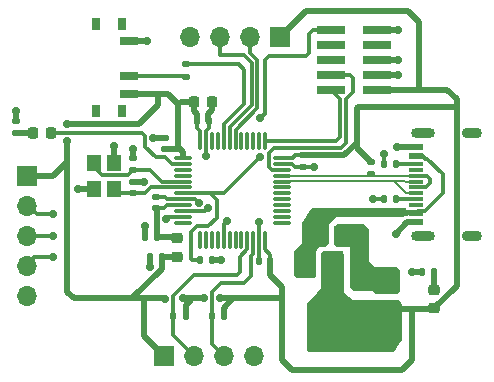
<source format=gbr>
%TF.GenerationSoftware,KiCad,Pcbnew,(6.0.5)*%
%TF.CreationDate,2022-05-28T10:37:04-07:00*%
%TF.ProjectId,stm32,73746d33-322e-46b6-9963-61645f706362,rev?*%
%TF.SameCoordinates,Original*%
%TF.FileFunction,Copper,L1,Top*%
%TF.FilePolarity,Positive*%
%FSLAX46Y46*%
G04 Gerber Fmt 4.6, Leading zero omitted, Abs format (unit mm)*
G04 Created by KiCad (PCBNEW (6.0.5)) date 2022-05-28 10:37:04*
%MOMM*%
%LPD*%
G01*
G04 APERTURE LIST*
G04 Aperture macros list*
%AMRoundRect*
0 Rectangle with rounded corners*
0 $1 Rounding radius*
0 $2 $3 $4 $5 $6 $7 $8 $9 X,Y pos of 4 corners*
0 Add a 4 corners polygon primitive as box body*
4,1,4,$2,$3,$4,$5,$6,$7,$8,$9,$2,$3,0*
0 Add four circle primitives for the rounded corners*
1,1,$1+$1,$2,$3*
1,1,$1+$1,$4,$5*
1,1,$1+$1,$6,$7*
1,1,$1+$1,$8,$9*
0 Add four rect primitives between the rounded corners*
20,1,$1+$1,$2,$3,$4,$5,0*
20,1,$1+$1,$4,$5,$6,$7,0*
20,1,$1+$1,$6,$7,$8,$9,0*
20,1,$1+$1,$8,$9,$2,$3,0*%
G04 Aperture macros list end*
%TA.AperFunction,SMDPad,CuDef*%
%ADD10RoundRect,0.218750X-0.218750X-0.256250X0.218750X-0.256250X0.218750X0.256250X-0.218750X0.256250X0*%
%TD*%
%TA.AperFunction,ComponentPad*%
%ADD11R,1.700000X1.700000*%
%TD*%
%TA.AperFunction,ComponentPad*%
%ADD12O,1.700000X1.700000*%
%TD*%
%TA.AperFunction,SMDPad,CuDef*%
%ADD13RoundRect,0.140000X0.140000X0.170000X-0.140000X0.170000X-0.140000X-0.170000X0.140000X-0.170000X0*%
%TD*%
%TA.AperFunction,SMDPad,CuDef*%
%ADD14RoundRect,0.140000X0.170000X-0.140000X0.170000X0.140000X-0.170000X0.140000X-0.170000X-0.140000X0*%
%TD*%
%TA.AperFunction,SMDPad,CuDef*%
%ADD15RoundRect,0.135000X0.185000X-0.135000X0.185000X0.135000X-0.185000X0.135000X-0.185000X-0.135000X0*%
%TD*%
%TA.AperFunction,SMDPad,CuDef*%
%ADD16RoundRect,0.250000X0.475000X-0.250000X0.475000X0.250000X-0.475000X0.250000X-0.475000X-0.250000X0*%
%TD*%
%TA.AperFunction,SMDPad,CuDef*%
%ADD17R,2.400000X0.740000*%
%TD*%
%TA.AperFunction,SMDPad,CuDef*%
%ADD18RoundRect,0.140000X-0.170000X0.140000X-0.170000X-0.140000X0.170000X-0.140000X0.170000X0.140000X0*%
%TD*%
%TA.AperFunction,SMDPad,CuDef*%
%ADD19RoundRect,0.218750X-0.256250X0.218750X-0.256250X-0.218750X0.256250X-0.218750X0.256250X0.218750X0*%
%TD*%
%TA.AperFunction,SMDPad,CuDef*%
%ADD20RoundRect,0.135000X-0.185000X0.135000X-0.185000X-0.135000X0.185000X-0.135000X0.185000X0.135000X0*%
%TD*%
%TA.AperFunction,SMDPad,CuDef*%
%ADD21RoundRect,0.135000X0.135000X0.185000X-0.135000X0.185000X-0.135000X-0.185000X0.135000X-0.185000X0*%
%TD*%
%TA.AperFunction,SMDPad,CuDef*%
%ADD22R,0.800000X1.000000*%
%TD*%
%TA.AperFunction,SMDPad,CuDef*%
%ADD23R,1.500000X0.700000*%
%TD*%
%TA.AperFunction,SMDPad,CuDef*%
%ADD24RoundRect,0.140000X-0.140000X-0.170000X0.140000X-0.170000X0.140000X0.170000X-0.140000X0.170000X0*%
%TD*%
%TA.AperFunction,SMDPad,CuDef*%
%ADD25RoundRect,0.250000X-0.250000X-0.475000X0.250000X-0.475000X0.250000X0.475000X-0.250000X0.475000X0*%
%TD*%
%TA.AperFunction,SMDPad,CuDef*%
%ADD26RoundRect,0.225000X-0.225000X-0.250000X0.225000X-0.250000X0.225000X0.250000X-0.225000X0.250000X0*%
%TD*%
%TA.AperFunction,SMDPad,CuDef*%
%ADD27R,1.500000X2.000000*%
%TD*%
%TA.AperFunction,SMDPad,CuDef*%
%ADD28R,3.800000X2.000000*%
%TD*%
%TA.AperFunction,SMDPad,CuDef*%
%ADD29RoundRect,0.075000X-0.662500X-0.075000X0.662500X-0.075000X0.662500X0.075000X-0.662500X0.075000X0*%
%TD*%
%TA.AperFunction,SMDPad,CuDef*%
%ADD30RoundRect,0.075000X-0.075000X-0.662500X0.075000X-0.662500X0.075000X0.662500X-0.075000X0.662500X0*%
%TD*%
%TA.AperFunction,SMDPad,CuDef*%
%ADD31R,1.200000X1.400000*%
%TD*%
%TA.AperFunction,SMDPad,CuDef*%
%ADD32R,1.160000X0.600000*%
%TD*%
%TA.AperFunction,SMDPad,CuDef*%
%ADD33R,1.160000X0.300000*%
%TD*%
%TA.AperFunction,ComponentPad*%
%ADD34O,1.700000X0.900000*%
%TD*%
%TA.AperFunction,ComponentPad*%
%ADD35O,2.000000X0.900000*%
%TD*%
%TA.AperFunction,ViaPad*%
%ADD36C,0.700000*%
%TD*%
%TA.AperFunction,Conductor*%
%ADD37C,0.500000*%
%TD*%
%TA.AperFunction,Conductor*%
%ADD38C,0.300000*%
%TD*%
%TA.AperFunction,Conductor*%
%ADD39C,0.200000*%
%TD*%
G04 APERTURE END LIST*
D10*
%TO.P,D2,1,K*%
%TO.N,Net-(D2-Pad1)*%
X62062500Y-82600000D03*
%TO.P,D2,2,A*%
%TO.N,/USER_LED*%
X63637500Y-82600000D03*
%TD*%
D11*
%TO.P,J5,1,Pin_1*%
%TO.N,+3V3*%
X61625000Y-86280000D03*
D12*
%TO.P,J5,2,Pin_2*%
%TO.N,/USER_IO_1*%
X61625000Y-88820000D03*
%TO.P,J5,3,Pin_3*%
%TO.N,/USER_IO_2*%
X61625000Y-91360000D03*
%TO.P,J5,4,Pin_4*%
%TO.N,/USER_IO_3*%
X61625000Y-93900000D03*
%TO.P,J5,5,Pin_5*%
%TO.N,GND*%
X61625000Y-96440000D03*
%TD*%
D13*
%TO.P,C5,1*%
%TO.N,+3V3*%
X82180000Y-93450000D03*
%TO.P,C5,2*%
%TO.N,GND*%
X81220000Y-93450000D03*
%TD*%
D14*
%TO.P,C4,1*%
%TO.N,+3V3*%
X73250000Y-84030000D03*
%TO.P,C4,2*%
%TO.N,GND*%
X73250000Y-83070000D03*
%TD*%
D15*
%TO.P,R2,1*%
%TO.N,/SW_BOOT0*%
X75050000Y-77860000D03*
%TO.P,R2,2*%
%TO.N,/BOOT0*%
X75050000Y-76840000D03*
%TD*%
D16*
%TO.P,C2,1*%
%TO.N,+3V3*%
X92250000Y-97500000D03*
%TO.P,C2,2*%
%TO.N,GND*%
X92250000Y-95600000D03*
%TD*%
D17*
%TO.P,J3,1,VTref*%
%TO.N,+3V3*%
X91200000Y-78990000D03*
%TO.P,J3,2,SWDIO/TMS*%
%TO.N,/SWCLK*%
X87300000Y-78990000D03*
%TO.P,J3,3,GND*%
%TO.N,GND*%
X91200000Y-77720000D03*
%TO.P,J3,4,SWDCLK/TCK*%
%TO.N,/SWDIO*%
X87300000Y-77720000D03*
%TO.P,J3,5,GND*%
%TO.N,GND*%
X91200000Y-76450000D03*
%TO.P,J3,6,SWO/TDO*%
%TO.N,unconnected-(J3-Pad6)*%
X87300000Y-76450000D03*
%TO.P,J3,7,KEY*%
%TO.N,unconnected-(J3-Pad7)*%
X91200000Y-75180000D03*
%TO.P,J3,8,NC/TDI*%
%TO.N,unconnected-(J3-Pad8)*%
X87300000Y-75180000D03*
%TO.P,J3,9,GNDDetect*%
%TO.N,GND*%
X91200000Y-73910000D03*
%TO.P,J3,10,~{RESET}*%
%TO.N,/JTAG_RST*%
X87300000Y-73910000D03*
%TD*%
D18*
%TO.P,C6,1*%
%TO.N,+3V3*%
X85000000Y-84540000D03*
%TO.P,C6,2*%
%TO.N,GND*%
X85000000Y-85500000D03*
%TD*%
D11*
%TO.P,J2,1,Pin_1*%
%TO.N,+3V3*%
X83050000Y-74550000D03*
D12*
%TO.P,J2,2,Pin_2*%
%TO.N,/USART1_TX*%
X80510000Y-74550000D03*
%TO.P,J2,3,Pin_3*%
%TO.N,/USART1_RX*%
X77970000Y-74550000D03*
%TO.P,J2,4,Pin_4*%
%TO.N,GND*%
X75430000Y-74550000D03*
%TD*%
D19*
%TO.P,FB1,1*%
%TO.N,+3.3VA*%
X74300000Y-91525000D03*
%TO.P,FB1,2*%
%TO.N,+3V3*%
X74300000Y-93100000D03*
%TD*%
D20*
%TO.P,R3,1*%
%TO.N,+3V3*%
X90750000Y-85090000D03*
%TO.P,R3,2*%
%TO.N,/USB_D+*%
X90750000Y-86110000D03*
%TD*%
D21*
%TO.P,R5,1*%
%TO.N,+3V3*%
X75010000Y-98100000D03*
%TO.P,R5,2*%
%TO.N,/I2C2_SCL*%
X73990000Y-98100000D03*
%TD*%
D11*
%TO.P,J4,1,Pin_1*%
%TO.N,+3V3*%
X73170000Y-101500000D03*
D12*
%TO.P,J4,2,Pin_2*%
%TO.N,/I2C2_SCL*%
X75710000Y-101500000D03*
%TO.P,J4,3,Pin_3*%
%TO.N,/I2C2_SDA*%
X78250000Y-101500000D03*
%TO.P,J4,4,Pin_4*%
%TO.N,GND*%
X80790000Y-101500000D03*
%TD*%
D21*
%TO.P,R4,1*%
%TO.N,Net-(J1-PadB5)*%
X92850000Y-85250000D03*
%TO.P,R4,2*%
%TO.N,GND*%
X91830000Y-85250000D03*
%TD*%
D14*
%TO.P,C8,1*%
%TO.N,+3.3VA*%
X72550000Y-89010000D03*
%TO.P,C8,2*%
%TO.N,GND*%
X72550000Y-88050000D03*
%TD*%
D22*
%TO.P,SW1,*%
%TO.N,*%
X69600000Y-80750000D03*
X69600000Y-73450000D03*
X67390000Y-80750000D03*
X67390000Y-73450000D03*
D23*
%TO.P,SW1,1,A*%
%TO.N,GND*%
X70250000Y-74850000D03*
%TO.P,SW1,2,B*%
%TO.N,/SW_BOOT0*%
X70250000Y-77850000D03*
%TO.P,SW1,3,C*%
%TO.N,+3V3*%
X70250000Y-79350000D03*
%TD*%
D15*
%TO.P,R8,1*%
%TO.N,Net-(D2-Pad1)*%
X60650000Y-82610000D03*
%TO.P,R8,2*%
%TO.N,GND*%
X60650000Y-81590000D03*
%TD*%
D21*
%TO.P,R6,1*%
%TO.N,+3V3*%
X78260000Y-98100000D03*
%TO.P,R6,2*%
%TO.N,/I2C2_SDA*%
X77240000Y-98100000D03*
%TD*%
%TO.P,R7,1*%
%TO.N,Net-(J1-PadA5)*%
X92810000Y-88250000D03*
%TO.P,R7,2*%
%TO.N,GND*%
X91790000Y-88250000D03*
%TD*%
D24*
%TO.P,C7,1*%
%TO.N,+3V3*%
X76000000Y-81600000D03*
%TO.P,C7,2*%
%TO.N,GND*%
X76960000Y-81600000D03*
%TD*%
D25*
%TO.P,C1,1*%
%TO.N,VBUS*%
X86400000Y-91350000D03*
%TO.P,C1,2*%
%TO.N,GND*%
X88300000Y-91350000D03*
%TD*%
D14*
%TO.P,C12,1*%
%TO.N,/HSE_IN*%
X70550000Y-85750000D03*
%TO.P,C12,2*%
%TO.N,GND*%
X70550000Y-84790000D03*
%TD*%
D26*
%TO.P,C3,1*%
%TO.N,+3V3*%
X75725000Y-80000000D03*
%TO.P,C3,2*%
%TO.N,GND*%
X77275000Y-80000000D03*
%TD*%
D27*
%TO.P,U1,1,GND*%
%TO.N,GND*%
X89750000Y-93750000D03*
%TO.P,U1,2,VO*%
%TO.N,+3V3*%
X87450000Y-93750000D03*
D28*
X87450000Y-100050000D03*
D27*
%TO.P,U1,3,VI*%
%TO.N,VBUS*%
X85150000Y-93750000D03*
%TD*%
D29*
%TO.P,U2,1,VBAT*%
%TO.N,+3V3*%
X74837500Y-84750000D03*
%TO.P,U2,2,PC13*%
%TO.N,/USER_LED*%
X74837500Y-85250000D03*
%TO.P,U2,3,PC14*%
%TO.N,unconnected-(U2-Pad3)*%
X74837500Y-85750000D03*
%TO.P,U2,4,PC15*%
%TO.N,unconnected-(U2-Pad4)*%
X74837500Y-86250000D03*
%TO.P,U2,5,PD0*%
%TO.N,/HSE_IN*%
X74837500Y-86750000D03*
%TO.P,U2,6,PD1*%
%TO.N,/HSE_OUT*%
X74837500Y-87250000D03*
%TO.P,U2,7,NRST*%
%TO.N,/JTAG_RST*%
X74837500Y-87750000D03*
%TO.P,U2,8,VSSA*%
%TO.N,GND*%
X74837500Y-88250000D03*
%TO.P,U2,9,VDDA*%
%TO.N,+3.3VA*%
X74837500Y-88750000D03*
%TO.P,U2,10,PA0*%
%TO.N,/USER_IO_1*%
X74837500Y-89250000D03*
%TO.P,U2,11,PA1*%
%TO.N,/USER_IO_2*%
X74837500Y-89750000D03*
%TO.P,U2,12,PA2*%
%TO.N,unconnected-(U2-Pad12)*%
X74837500Y-90250000D03*
D30*
%TO.P,U2,13,PA3*%
%TO.N,unconnected-(U2-Pad13)*%
X76250000Y-91662500D03*
%TO.P,U2,14,PA4*%
%TO.N,unconnected-(U2-Pad14)*%
X76750000Y-91662500D03*
%TO.P,U2,15,PA5*%
%TO.N,unconnected-(U2-Pad15)*%
X77250000Y-91662500D03*
%TO.P,U2,16,PA6*%
%TO.N,unconnected-(U2-Pad16)*%
X77750000Y-91662500D03*
%TO.P,U2,17,PA7*%
%TO.N,/USER_IO_3*%
X78250000Y-91662500D03*
%TO.P,U2,18,PB0*%
%TO.N,unconnected-(U2-Pad18)*%
X78750000Y-91662500D03*
%TO.P,U2,19,PB1*%
%TO.N,unconnected-(U2-Pad19)*%
X79250000Y-91662500D03*
%TO.P,U2,20,PB2*%
%TO.N,unconnected-(U2-Pad20)*%
X79750000Y-91662500D03*
%TO.P,U2,21,PB10*%
%TO.N,/I2C2_SCL*%
X80250000Y-91662500D03*
%TO.P,U2,22,PB11*%
%TO.N,/I2C2_SDA*%
X80750000Y-91662500D03*
%TO.P,U2,23,VSS*%
%TO.N,GND*%
X81250000Y-91662500D03*
%TO.P,U2,24,VDD*%
%TO.N,+3V3*%
X81750000Y-91662500D03*
D29*
%TO.P,U2,25,PB12*%
%TO.N,unconnected-(U2-Pad25)*%
X83162500Y-90250000D03*
%TO.P,U2,26,PB13*%
%TO.N,unconnected-(U2-Pad26)*%
X83162500Y-89750000D03*
%TO.P,U2,27,PB14*%
%TO.N,unconnected-(U2-Pad27)*%
X83162500Y-89250000D03*
%TO.P,U2,28,PB15*%
%TO.N,unconnected-(U2-Pad28)*%
X83162500Y-88750000D03*
%TO.P,U2,29,PA8*%
%TO.N,unconnected-(U2-Pad29)*%
X83162500Y-88250000D03*
%TO.P,U2,30,PA9*%
%TO.N,unconnected-(U2-Pad30)*%
X83162500Y-87750000D03*
%TO.P,U2,31,PA10*%
%TO.N,unconnected-(U2-Pad31)*%
X83162500Y-87250000D03*
%TO.P,U2,32,PA11*%
%TO.N,/USB_D-*%
X83162500Y-86750000D03*
%TO.P,U2,33,PA12*%
%TO.N,/USB_D+*%
X83162500Y-86250000D03*
%TO.P,U2,34,PA13*%
%TO.N,/SWDIO*%
X83162500Y-85750000D03*
%TO.P,U2,35,VSS*%
%TO.N,GND*%
X83162500Y-85250000D03*
%TO.P,U2,36,VDD*%
%TO.N,+3V3*%
X83162500Y-84750000D03*
D30*
%TO.P,U2,37,PA14*%
%TO.N,/SWCLK*%
X81750000Y-83337500D03*
%TO.P,U2,38,PA15*%
%TO.N,unconnected-(U2-Pad38)*%
X81250000Y-83337500D03*
%TO.P,U2,39,PB3*%
%TO.N,unconnected-(U2-Pad39)*%
X80750000Y-83337500D03*
%TO.P,U2,40,PB4*%
%TO.N,unconnected-(U2-Pad40)*%
X80250000Y-83337500D03*
%TO.P,U2,41,PB5*%
%TO.N,unconnected-(U2-Pad41)*%
X79750000Y-83337500D03*
%TO.P,U2,42,PB6*%
%TO.N,/USART1_TX*%
X79250000Y-83337500D03*
%TO.P,U2,43,PB7*%
%TO.N,/USART1_RX*%
X78750000Y-83337500D03*
%TO.P,U2,44,BOOT0*%
%TO.N,/BOOT0*%
X78250000Y-83337500D03*
%TO.P,U2,45,PB8*%
%TO.N,unconnected-(U2-Pad45)*%
X77750000Y-83337500D03*
%TO.P,U2,46,PB9*%
%TO.N,unconnected-(U2-Pad46)*%
X77250000Y-83337500D03*
%TO.P,U2,47,VSS*%
%TO.N,GND*%
X76750000Y-83337500D03*
%TO.P,U2,48,VDD*%
%TO.N,+3V3*%
X76250000Y-83337500D03*
%TD*%
D13*
%TO.P,C10,1*%
%TO.N,+3V3*%
X72980000Y-93100000D03*
%TO.P,C10,2*%
%TO.N,GND*%
X72020000Y-93100000D03*
%TD*%
D19*
%TO.P,D1,1,K*%
%TO.N,/PWR_LED_K*%
X96050000Y-95912500D03*
%TO.P,D1,2,A*%
%TO.N,+3V3*%
X96050000Y-97487500D03*
%TD*%
D14*
%TO.P,C13,1*%
%TO.N,/HSE_OUT*%
X70550000Y-87750000D03*
%TO.P,C13,2*%
%TO.N,GND*%
X70550000Y-86790000D03*
%TD*%
D24*
%TO.P,C11,1*%
%TO.N,/JTAG_RST*%
X76270000Y-93400000D03*
%TO.P,C11,2*%
%TO.N,GND*%
X77230000Y-93400000D03*
%TD*%
D13*
%TO.P,C9,1*%
%TO.N,+3.3VA*%
X72580000Y-91480000D03*
%TO.P,C9,2*%
%TO.N,GND*%
X71620000Y-91480000D03*
%TD*%
D21*
%TO.P,R1,1*%
%TO.N,/PWR_LED_K*%
X96060000Y-94400000D03*
%TO.P,R1,2*%
%TO.N,GND*%
X95040000Y-94400000D03*
%TD*%
D31*
%TO.P,Y1,1,1*%
%TO.N,/HSE_IN*%
X67250000Y-85150000D03*
%TO.P,Y1,2,2*%
%TO.N,GND*%
X67250000Y-87350000D03*
%TO.P,Y1,3,3*%
%TO.N,/HSE_OUT*%
X68950000Y-87350000D03*
%TO.P,Y1,4,4*%
%TO.N,GND*%
X68950000Y-85150000D03*
%TD*%
D32*
%TO.P,J1,A1,GND*%
%TO.N,GND*%
X94515000Y-90200000D03*
%TO.P,J1,A4,VBUS*%
%TO.N,VBUS*%
X94515000Y-89400000D03*
D33*
%TO.P,J1,A5,CC1*%
%TO.N,Net-(J1-PadA5)*%
X94515000Y-88250000D03*
%TO.P,J1,A6,D+*%
%TO.N,/USB_D+*%
X94515000Y-87250000D03*
%TO.P,J1,A7,D-*%
%TO.N,/USB_D-*%
X94515000Y-86750000D03*
%TO.P,J1,A8,SBU1*%
%TO.N,unconnected-(J1-PadA8)*%
X94515000Y-85750000D03*
D32*
%TO.P,J1,A9,VBUS*%
%TO.N,VBUS*%
X94515000Y-84600000D03*
%TO.P,J1,A12,GND*%
%TO.N,GND*%
X94515000Y-83800000D03*
%TO.P,J1,B1,GND*%
X94515000Y-83800000D03*
%TO.P,J1,B4,VBUS*%
%TO.N,VBUS*%
X94515000Y-84600000D03*
D33*
%TO.P,J1,B5,CC2*%
%TO.N,Net-(J1-PadB5)*%
X94515000Y-85250000D03*
%TO.P,J1,B6,D+*%
%TO.N,/USB_D+*%
X94515000Y-86250000D03*
%TO.P,J1,B7,D-*%
%TO.N,/USB_D-*%
X94515000Y-87750000D03*
%TO.P,J1,B8,SBU2*%
%TO.N,unconnected-(J1-PadB8)*%
X94515000Y-88750000D03*
D32*
%TO.P,J1,B9,VBUS*%
%TO.N,VBUS*%
X94515000Y-89400000D03*
%TO.P,J1,B12,GND*%
%TO.N,GND*%
X94515000Y-90200000D03*
D34*
%TO.P,J1,S1,SHIELD*%
X99265000Y-91320000D03*
D35*
X95095000Y-82680000D03*
D34*
X99265000Y-82680000D03*
D35*
X95095000Y-91320000D03*
%TD*%
D36*
%TO.N,GND*%
X92250000Y-94400000D03*
X71500000Y-86800000D03*
X85900000Y-85500000D03*
X93000000Y-77725000D03*
X93000000Y-73900000D03*
X93000000Y-76450000D03*
X89450000Y-95550000D03*
X78050000Y-93400000D03*
X68950000Y-83750000D03*
X92800000Y-91150000D03*
X70550000Y-84000000D03*
X89600000Y-91800000D03*
X60650000Y-80750000D03*
X71600000Y-90550011D03*
X76750000Y-84600000D03*
X72300000Y-83100000D03*
X76150000Y-88550000D03*
X65900000Y-87350000D03*
X94150000Y-94400000D03*
X90200000Y-95550000D03*
X71750000Y-74850000D03*
X81250000Y-90200000D03*
X72020000Y-94000000D03*
X90900000Y-88250000D03*
X92900000Y-83800000D03*
X89600000Y-91050000D03*
X91850000Y-84400000D03*
%TO.N,+3V3*%
X65000000Y-81900500D03*
X77949500Y-96650000D03*
X73290500Y-96659077D03*
X74800000Y-96650000D03*
X65000000Y-83299500D03*
X76550500Y-96650000D03*
%TO.N,/JTAG_RST*%
X81350000Y-84700000D03*
X81350000Y-81350000D03*
%TO.N,/USER_IO_1*%
X76930987Y-88996278D03*
X63750000Y-89475000D03*
%TO.N,/USER_IO_2*%
X73400000Y-89900000D03*
X63750000Y-91350000D03*
%TO.N,/USER_IO_3*%
X78550000Y-90050000D03*
X63750000Y-93150000D03*
%TD*%
D37*
%TO.N,+3V3*%
X74600000Y-80000000D02*
X74400000Y-80200000D01*
X75725000Y-80000000D02*
X74600000Y-80000000D01*
X74400000Y-83850000D02*
X74837500Y-84287500D01*
X73550000Y-79350000D02*
X74400000Y-80200000D01*
X74400000Y-80200000D02*
X74400000Y-83850000D01*
X72700000Y-79350000D02*
X73550000Y-79350000D01*
D38*
%TO.N,VBUS*%
X96800000Y-86150000D02*
X95450000Y-84800000D01*
X95450000Y-84800000D02*
X95275727Y-84800000D01*
X94665489Y-89249511D02*
X95250489Y-89249511D01*
X95250489Y-89249511D02*
X96800000Y-87700000D01*
X96800000Y-87700000D02*
X96800000Y-86150000D01*
X94515000Y-89400000D02*
X94665489Y-89249511D01*
X95275727Y-84800000D02*
X95075727Y-84600000D01*
X95075727Y-84600000D02*
X94515000Y-84600000D01*
D37*
%TO.N,GND*%
X77230000Y-93400000D02*
X78050000Y-93400000D01*
X70250000Y-74850000D02*
X71745000Y-74850000D01*
X92995000Y-77720000D02*
X91200000Y-77720000D01*
D38*
X73250000Y-88050000D02*
X72550000Y-88050000D01*
D37*
X71490000Y-86790000D02*
X71500000Y-86800000D01*
D38*
X91830000Y-85250000D02*
X91830000Y-84420000D01*
D37*
X76950000Y-81000000D02*
X76950000Y-81590000D01*
X76950000Y-81590000D02*
X76960000Y-81600000D01*
D38*
X91830000Y-84420000D02*
X91850000Y-84400000D01*
D37*
X92990000Y-73910000D02*
X91200000Y-73910000D01*
X68950000Y-85150000D02*
X68950000Y-83750000D01*
D38*
X76750000Y-82499639D02*
X76999639Y-82250000D01*
D37*
X70550000Y-84790000D02*
X70550000Y-84000000D01*
D38*
X84050000Y-85250000D02*
X84300000Y-85500000D01*
D37*
X91200000Y-76450000D02*
X93000000Y-76450000D01*
D38*
X76750000Y-83337500D02*
X76750000Y-82499639D01*
D37*
X94515000Y-90200000D02*
X93750000Y-90200000D01*
X71620000Y-90570011D02*
X71600000Y-90550011D01*
X94515000Y-83800000D02*
X92900000Y-83800000D01*
D38*
X81250000Y-93420000D02*
X81220000Y-93450000D01*
D37*
X60650000Y-81590000D02*
X60650000Y-80750000D01*
D38*
X76999639Y-82250000D02*
X77000000Y-82250000D01*
X81250000Y-91662500D02*
X81250000Y-93420000D01*
D37*
X95040000Y-94400000D02*
X94150000Y-94400000D01*
D38*
X73450000Y-88250000D02*
X73250000Y-88050000D01*
X75850000Y-88250000D02*
X76150000Y-88550000D01*
X83162500Y-85250000D02*
X84050000Y-85250000D01*
X84300000Y-85500000D02*
X85000000Y-85500000D01*
X81250000Y-91662500D02*
X81250000Y-90200000D01*
D37*
X77275000Y-80000000D02*
X77275000Y-80675000D01*
X73250000Y-83070000D02*
X72330000Y-83070000D01*
D38*
X85000000Y-85500000D02*
X85900000Y-85500000D01*
X77000000Y-81640000D02*
X76960000Y-81600000D01*
X74837500Y-88250000D02*
X75850000Y-88250000D01*
X91740000Y-88250000D02*
X90900000Y-88250000D01*
D37*
X70550000Y-86790000D02*
X71490000Y-86790000D01*
X67250000Y-87350000D02*
X65900000Y-87350000D01*
X72330000Y-83070000D02*
X72300000Y-83100000D01*
X93000000Y-73900000D02*
X92990000Y-73910000D01*
X77275000Y-80675000D02*
X76950000Y-81000000D01*
D38*
X76750000Y-83337500D02*
X76750000Y-84600000D01*
X74837500Y-88250000D02*
X73450000Y-88250000D01*
D37*
X71620000Y-91480000D02*
X71620000Y-90570011D01*
X93750000Y-90200000D02*
X92800000Y-91150000D01*
D38*
X77000000Y-82250000D02*
X77000000Y-81640000D01*
D37*
X72020000Y-93100000D02*
X72020000Y-94000000D01*
X93000000Y-77725000D02*
X92995000Y-77720000D01*
%TO.N,+3V3*%
X73290500Y-96659077D02*
X73281423Y-96650000D01*
D38*
X76000000Y-82250000D02*
X76000000Y-81600000D01*
D37*
X94750000Y-73250000D02*
X94750000Y-78850000D01*
X94150000Y-97500000D02*
X94150000Y-101850000D01*
X83050000Y-74550000D02*
X85250000Y-72350000D01*
X75725000Y-80000000D02*
X75725000Y-80775000D01*
X76000000Y-81050000D02*
X76000000Y-81600000D01*
X94150000Y-101850000D02*
X93300000Y-102700000D01*
X75010000Y-97240000D02*
X75500000Y-96750000D01*
X76550500Y-96650000D02*
X75500000Y-96650000D01*
X83200000Y-96650000D02*
X83200000Y-95650000D01*
X72980000Y-94170680D02*
X70500680Y-96650000D01*
X75725000Y-80775000D02*
X76000000Y-81050000D01*
D38*
X81750000Y-91662500D02*
X81750000Y-92500000D01*
D37*
X78260000Y-98100000D02*
X78260000Y-97440000D01*
X70250000Y-79350000D02*
X72700000Y-79350000D01*
X93300000Y-102700000D02*
X84000000Y-102700000D01*
X97965480Y-80434520D02*
X89665480Y-80434520D01*
X97965480Y-95572020D02*
X97965480Y-80434520D01*
D38*
X82200000Y-92950000D02*
X82200000Y-93430000D01*
D37*
X97965480Y-79765480D02*
X97190000Y-78990000D01*
X88460000Y-84540000D02*
X85000000Y-84540000D01*
X75500000Y-96750000D02*
X75500000Y-96650000D01*
X65000000Y-81900500D02*
X71099500Y-81900500D01*
X89550000Y-83450000D02*
X89550000Y-83890000D01*
X89550000Y-83450000D02*
X88460000Y-84540000D01*
X72980000Y-93100000D02*
X74300000Y-93100000D01*
X97190000Y-78990000D02*
X91200000Y-78990000D01*
X97965480Y-80434520D02*
X97965480Y-79765480D01*
X72700000Y-79350000D02*
X72700000Y-80300000D01*
X72700000Y-80300000D02*
X71099500Y-81900500D01*
X83200000Y-96650000D02*
X80050000Y-96650000D01*
X89665480Y-80434520D02*
X89550000Y-80550000D01*
D38*
X83162500Y-84750000D02*
X84100000Y-84750000D01*
D37*
X74837500Y-84287500D02*
X74837500Y-84650480D01*
X73170000Y-101500000D02*
X73150000Y-101500000D01*
X96050000Y-97487500D02*
X97965480Y-95572020D01*
X82180000Y-94630000D02*
X82180000Y-93450000D01*
X89550000Y-80550000D02*
X89550000Y-83450000D01*
X65000000Y-84500000D02*
X65000000Y-83299500D01*
X83200000Y-101900000D02*
X83200000Y-96650000D01*
X89550000Y-83890000D02*
X90750000Y-85090000D01*
X63820000Y-86280000D02*
X61625000Y-86280000D01*
X79050000Y-96650000D02*
X77949500Y-96650000D01*
X85650000Y-72350000D02*
X93850000Y-72350000D01*
X70500680Y-96650000D02*
X70400000Y-96650000D01*
X65550000Y-96650000D02*
X70400000Y-96650000D01*
X94150000Y-97500000D02*
X95937500Y-97500000D01*
X65000000Y-85100000D02*
X63820000Y-86280000D01*
D38*
X76250000Y-83337500D02*
X76250000Y-82500000D01*
D37*
X84000000Y-102700000D02*
X83200000Y-101900000D01*
D38*
X82200000Y-93430000D02*
X82180000Y-93450000D01*
D37*
X65000000Y-96100000D02*
X65000000Y-85100000D01*
X73250000Y-84030000D02*
X74580000Y-84030000D01*
X73150000Y-101500000D02*
X71500000Y-99850000D01*
X65000000Y-96100000D02*
X65550000Y-96650000D01*
X83200000Y-95650000D02*
X82180000Y-94630000D01*
X71500000Y-99850000D02*
X71500000Y-96650000D01*
D38*
X84100000Y-84750000D02*
X84310000Y-84540000D01*
X76250000Y-82500000D02*
X76000000Y-82250000D01*
D37*
X93850000Y-72350000D02*
X94750000Y-73250000D01*
X92250000Y-97500000D02*
X94150000Y-97500000D01*
X75010000Y-97240000D02*
X75010000Y-98100000D01*
X65000000Y-85100000D02*
X65000000Y-84500000D01*
X72980000Y-93100000D02*
X72980000Y-94170680D01*
X70400000Y-96650000D02*
X71500000Y-96650000D01*
D38*
X81750000Y-92500000D02*
X82200000Y-92950000D01*
D37*
X73281423Y-96650000D02*
X71500000Y-96650000D01*
X80050000Y-96650000D02*
X79050000Y-96650000D01*
X95937500Y-97500000D02*
X96050000Y-97387500D01*
X78260000Y-97440000D02*
X79050000Y-96650000D01*
X75500000Y-96650000D02*
X74800000Y-96650000D01*
X74580000Y-84030000D02*
X74837500Y-84287500D01*
X85250000Y-72350000D02*
X85650000Y-72350000D01*
D38*
X84310000Y-84540000D02*
X85000000Y-84540000D01*
D37*
%TO.N,+3.3VA*%
X74275000Y-91500000D02*
X74300000Y-91525000D01*
X72580000Y-91480000D02*
X73875000Y-91480000D01*
D38*
X73450000Y-88750000D02*
X73190000Y-89010000D01*
X73190000Y-89010000D02*
X72550000Y-89010000D01*
D37*
X72580000Y-91480000D02*
X72580000Y-89040000D01*
D38*
X74837500Y-88750000D02*
X73450000Y-88750000D01*
%TO.N,/JTAG_RST*%
X78300000Y-87750000D02*
X81350000Y-84700000D01*
X77650000Y-89800000D02*
X76950000Y-90500000D01*
X77100000Y-87750000D02*
X77650000Y-88300000D01*
X76950000Y-90500000D02*
X75950000Y-90500000D01*
X81350000Y-81350000D02*
X81700000Y-81000000D01*
X76650000Y-87750000D02*
X77100000Y-87750000D01*
X75950000Y-90500000D02*
X75450000Y-91000000D01*
X75550000Y-93400000D02*
X76270000Y-93400000D01*
X77650000Y-88300000D02*
X77650000Y-89800000D01*
X82050000Y-76150000D02*
X85250000Y-76150000D01*
X85500000Y-74250000D02*
X85840000Y-73910000D01*
X75450000Y-91000000D02*
X75450000Y-93300000D01*
X85840000Y-73910000D02*
X87300000Y-73910000D01*
X81700000Y-76500000D02*
X82050000Y-76150000D01*
X81700000Y-81000000D02*
X81700000Y-76500000D01*
X76650000Y-87750000D02*
X78300000Y-87750000D01*
X85250000Y-76150000D02*
X85500000Y-75900000D01*
X74837500Y-87750000D02*
X76650000Y-87750000D01*
X75450000Y-93300000D02*
X75550000Y-93400000D01*
X85500000Y-75900000D02*
X85500000Y-74250000D01*
%TO.N,/HSE_IN*%
X67250000Y-85500000D02*
X67250000Y-85150000D01*
X70100000Y-86200000D02*
X67950000Y-86200000D01*
X72999639Y-86750000D02*
X74837500Y-86750000D01*
X71999639Y-85750000D02*
X70550000Y-85750000D01*
X72999639Y-86750000D02*
X71999639Y-85750000D01*
X67950000Y-86200000D02*
X67250000Y-85500000D01*
X70550000Y-85750000D02*
X70100000Y-86200000D01*
%TO.N,/HSE_OUT*%
X74837500Y-87250000D02*
X72050000Y-87250000D01*
X70550000Y-87750000D02*
X69350000Y-87750000D01*
X72050000Y-87250000D02*
X71550000Y-87750000D01*
X71550000Y-87750000D02*
X70550000Y-87750000D01*
D37*
%TO.N,/PWR_LED_K*%
X96050000Y-94410000D02*
X96060000Y-94400000D01*
X96050000Y-95912500D02*
X96050000Y-94410000D01*
D39*
%TO.N,/USB_D+*%
X93644999Y-86250000D02*
X94515000Y-86250000D01*
D38*
X95444022Y-86250000D02*
X94515000Y-86250000D01*
X95750000Y-86555978D02*
X95444022Y-86250000D01*
X95750000Y-86900000D02*
X95750000Y-86555978D01*
D39*
X83187499Y-86274999D02*
X93619999Y-86275000D01*
D38*
X95400000Y-87250000D02*
X95750000Y-86900000D01*
D39*
X83162500Y-86250000D02*
X83187499Y-86274999D01*
D38*
X94515000Y-87250000D02*
X95400000Y-87250000D01*
D39*
X93619999Y-86275000D02*
X93644999Y-86250000D01*
%TO.N,/USB_D-*%
X93700000Y-87750000D02*
X94515000Y-87750000D01*
X83162500Y-86750000D02*
X83187499Y-86725001D01*
X92675000Y-86725000D02*
X93700000Y-87750000D01*
X92675000Y-86725000D02*
X93619999Y-86725000D01*
X83187499Y-86725001D02*
X92675000Y-86725000D01*
X93644999Y-86750000D02*
X94515000Y-86750000D01*
D38*
%TO.N,/USART1_TX*%
X81100000Y-80500000D02*
X81100000Y-76450000D01*
X79250000Y-82350000D02*
X81100000Y-80500000D01*
X79250000Y-83337500D02*
X79250000Y-82350000D01*
X80510000Y-75860000D02*
X81100000Y-76450000D01*
X80510000Y-74550000D02*
X80510000Y-75860000D01*
%TO.N,/USART1_RX*%
X78000000Y-76050000D02*
X77970000Y-76020000D01*
X78750000Y-83337500D02*
X78750480Y-83337500D01*
X78750480Y-82099520D02*
X80600480Y-80249520D01*
X80600480Y-76700000D02*
X79950480Y-76050000D01*
X78750480Y-83337500D02*
X78750480Y-82099520D01*
X77970000Y-76020000D02*
X77970000Y-74550000D01*
X80600480Y-80249520D02*
X80600480Y-76700000D01*
X79950480Y-76050000D02*
X78000000Y-76050000D01*
%TO.N,/SWCLK*%
X87712500Y-83337500D02*
X88100480Y-82949520D01*
X88100480Y-82949520D02*
X88100480Y-79790480D01*
X88100480Y-79790480D02*
X87300000Y-78990000D01*
X87712500Y-83337500D02*
X81750000Y-83337500D01*
%TO.N,/SWDIO*%
X82525361Y-83900000D02*
X88200000Y-83900000D01*
X89200000Y-79200000D02*
X89200000Y-78000000D01*
X82324639Y-85750000D02*
X82075480Y-85500841D01*
X82075480Y-85500841D02*
X82075480Y-84349881D01*
X88200000Y-83900000D02*
X88600000Y-83500000D01*
X88599999Y-83100000D02*
X88599999Y-79800001D01*
X82075480Y-84349881D02*
X82525361Y-83900000D01*
X83162500Y-85750000D02*
X82324639Y-85750000D01*
X88600000Y-83500000D02*
X88599999Y-83100000D01*
X88870000Y-77720000D02*
X87300000Y-77720000D01*
X88599999Y-79800001D02*
X89200000Y-79200000D01*
X88920000Y-77720000D02*
X88870000Y-77720000D01*
X89200000Y-78000000D02*
X88920000Y-77720000D01*
%TO.N,/I2C2_SCL*%
X79350000Y-94700000D02*
X75750000Y-94700000D01*
X79600361Y-94449639D02*
X79350000Y-94700000D01*
X73990000Y-98100000D02*
X73990000Y-99780000D01*
X80250000Y-92500361D02*
X79600361Y-93150000D01*
X73990000Y-99780000D02*
X75710000Y-101500000D01*
X73990000Y-96460000D02*
X73990000Y-98100000D01*
X80250000Y-91662500D02*
X80250000Y-92500361D01*
X75750000Y-94700000D02*
X73990000Y-96460000D01*
X79600361Y-93150000D02*
X79600361Y-94449639D01*
%TO.N,/I2C2_SDA*%
X80750000Y-92917715D02*
X80590480Y-93077235D01*
X77250000Y-98090000D02*
X77240000Y-98100000D01*
X77240000Y-98100000D02*
X77240000Y-100490000D01*
X77250000Y-96101241D02*
X77250000Y-98090000D01*
X77240000Y-100490000D02*
X78250000Y-101500000D01*
X78051241Y-95300000D02*
X77250000Y-96101241D01*
X80590480Y-93077235D02*
X80590480Y-94709520D01*
X80750000Y-91662500D02*
X80750000Y-92917715D01*
X80000000Y-95300000D02*
X78051241Y-95300000D01*
X80590480Y-94709520D02*
X80000000Y-95300000D01*
%TO.N,/SW_BOOT0*%
X70250000Y-77850000D02*
X75040000Y-77850000D01*
X75040000Y-77850000D02*
X75050000Y-77860000D01*
%TO.N,/BOOT0*%
X79971786Y-80171786D02*
X79971786Y-77271786D01*
X75050000Y-76840000D02*
X79540000Y-76840000D01*
X78250000Y-81893573D02*
X79971786Y-80171786D01*
X78250000Y-83337500D02*
X78250000Y-81893573D01*
X79971786Y-77271786D02*
X79540000Y-76840000D01*
%TO.N,Net-(J1-PadB5)*%
X92850000Y-85250000D02*
X94515000Y-85250000D01*
%TO.N,Net-(J1-PadA5)*%
X92760000Y-88250000D02*
X94515000Y-88250000D01*
D37*
%TO.N,Net-(D2-Pad1)*%
X62062500Y-82600000D02*
X60660000Y-82600000D01*
X60660000Y-82600000D02*
X60650000Y-82610000D01*
D38*
%TO.N,/USER_LED*%
X72500000Y-84700000D02*
X71600489Y-83800489D01*
X74837500Y-85250000D02*
X73850000Y-85250000D01*
X63637500Y-82600000D02*
X71300978Y-82600000D01*
X71600489Y-82899511D02*
X71300978Y-82600000D01*
X73850000Y-85250000D02*
X73300000Y-84700000D01*
X71600489Y-83800489D02*
X71600489Y-82899511D01*
X73300000Y-84700000D02*
X72500000Y-84700000D01*
%TO.N,/USER_IO_1*%
X74837500Y-89250000D02*
X76677265Y-89250000D01*
X63750000Y-89475000D02*
X62460000Y-89475000D01*
X62460000Y-89475000D02*
X61625000Y-88640000D01*
X76677265Y-89250000D02*
X76930987Y-88996278D01*
%TO.N,/USER_IO_2*%
X73550000Y-89750000D02*
X73400000Y-89900000D01*
X74837500Y-89750000D02*
X73550000Y-89750000D01*
X63750000Y-91350000D02*
X63740000Y-91360000D01*
X63740000Y-91360000D02*
X61625000Y-91360000D01*
%TO.N,/USER_IO_3*%
X78250000Y-90350000D02*
X78550000Y-90050000D01*
X62195000Y-93150000D02*
X61625000Y-93720000D01*
X78250000Y-91662500D02*
X78250000Y-90350000D01*
X63750000Y-93150000D02*
X62195000Y-93150000D01*
%TD*%
%TA.AperFunction,Conductor*%
%TO.N,GND*%
G36*
X90073542Y-90369685D02*
G01*
X90083965Y-90377172D01*
X90503462Y-90712770D01*
X90543514Y-90770021D01*
X90550000Y-90809598D01*
X90550000Y-93450000D01*
X91000000Y-94000000D01*
X92886187Y-94000000D01*
X92953226Y-94019685D01*
X92987090Y-94051926D01*
X93176903Y-94317664D01*
X93200000Y-94389738D01*
X93200000Y-95991922D01*
X93180315Y-96058961D01*
X93155387Y-96087178D01*
X92934487Y-96271261D01*
X92870386Y-96299055D01*
X92855106Y-96300000D01*
X91126636Y-96300000D01*
X91059597Y-96280315D01*
X91015727Y-96231454D01*
X90907974Y-96015947D01*
X90907973Y-96015946D01*
X90900000Y-96000000D01*
X89263813Y-96000000D01*
X89196774Y-95980315D01*
X89162910Y-95948074D01*
X88973097Y-95682336D01*
X88950000Y-95610262D01*
X88950000Y-92300000D01*
X87901362Y-92300000D01*
X87834323Y-92280315D01*
X87813681Y-92263681D01*
X87636319Y-92086319D01*
X87602834Y-92024996D01*
X87600000Y-91998638D01*
X87600000Y-90621960D01*
X87619685Y-90554921D01*
X87662479Y-90514298D01*
X87921409Y-90366338D01*
X87982930Y-90350000D01*
X90006503Y-90350000D01*
X90073542Y-90369685D01*
G37*
%TD.AperFunction*%
%TD*%
%TA.AperFunction,Conductor*%
%TO.N,+3V3*%
G36*
X88277665Y-92619685D02*
G01*
X88323420Y-92672489D01*
X88328261Y-92684782D01*
X88361441Y-92784323D01*
X88393637Y-92880911D01*
X88400000Y-92920123D01*
X88400000Y-96150000D01*
X89150000Y-96750000D01*
X92986187Y-96750000D01*
X93053226Y-96769685D01*
X93087090Y-96801926D01*
X93251032Y-97031444D01*
X93276903Y-97067664D01*
X93300000Y-97139738D01*
X93300000Y-100163241D01*
X93279967Y-100230820D01*
X92686674Y-101143579D01*
X92633634Y-101189059D01*
X92582707Y-101200000D01*
X85559598Y-101200000D01*
X85492559Y-101180315D01*
X85462770Y-101153462D01*
X85327172Y-100983965D01*
X85300664Y-100919319D01*
X85300000Y-100906503D01*
X85300000Y-97098483D01*
X85319685Y-97031444D01*
X85332884Y-97014376D01*
X86124950Y-96156304D01*
X86500000Y-95750000D01*
X86500000Y-92851362D01*
X86519685Y-92784323D01*
X86536319Y-92763681D01*
X86663681Y-92636319D01*
X86725004Y-92602834D01*
X86751362Y-92600000D01*
X88210626Y-92600000D01*
X88277665Y-92619685D01*
G37*
%TD.AperFunction*%
%TD*%
%TA.AperFunction,Conductor*%
%TO.N,VBUS*%
G36*
X93637127Y-89019685D02*
G01*
X93672280Y-89053766D01*
X93678414Y-89062691D01*
X93683061Y-89073153D01*
X93762287Y-89152241D01*
X93772758Y-89156870D01*
X93772759Y-89156871D01*
X93856147Y-89193737D01*
X93856149Y-89193738D01*
X93864673Y-89197506D01*
X93890354Y-89200500D01*
X95076000Y-89200500D01*
X95143039Y-89220185D01*
X95188794Y-89272989D01*
X95200000Y-89324500D01*
X95200000Y-89359683D01*
X95180315Y-89426722D01*
X95158417Y-89450524D01*
X95158914Y-89451021D01*
X95153162Y-89456773D01*
X95146718Y-89461718D01*
X95078220Y-89550987D01*
X95021792Y-89592189D01*
X94979844Y-89599500D01*
X93890354Y-89599500D01*
X93886700Y-89599935D01*
X93886698Y-89599935D01*
X93881734Y-89600526D01*
X93864154Y-89602618D01*
X93818702Y-89622807D01*
X93785458Y-89637573D01*
X93729932Y-89648140D01*
X93706156Y-89647144D01*
X93706155Y-89647144D01*
X93697706Y-89646790D01*
X93689475Y-89648721D01*
X93689471Y-89648721D01*
X93655253Y-89656747D01*
X93643768Y-89658876D01*
X93625912Y-89661322D01*
X93608940Y-89663647D01*
X93608939Y-89663647D01*
X93600568Y-89664794D01*
X93592810Y-89668151D01*
X93592811Y-89668151D01*
X93586611Y-89670834D01*
X93565675Y-89677758D01*
X93559097Y-89679301D01*
X93550864Y-89681232D01*
X93512654Y-89702238D01*
X93502165Y-89707376D01*
X93469909Y-89721335D01*
X93469908Y-89721336D01*
X93462145Y-89724695D01*
X93455573Y-89730017D01*
X93452189Y-89732066D01*
X93387954Y-89750000D01*
X87750000Y-89750000D01*
X87150000Y-90350000D01*
X87150000Y-91910262D01*
X87126903Y-91982336D01*
X86937090Y-92248074D01*
X86882106Y-92291184D01*
X86836187Y-92300000D01*
X86350000Y-92300000D01*
X86343939Y-92307274D01*
X86343936Y-92307276D01*
X86111413Y-92586304D01*
X86100000Y-92600000D01*
X86100000Y-94698638D01*
X86080315Y-94765677D01*
X86063681Y-94786319D01*
X85936319Y-94913681D01*
X85874996Y-94947166D01*
X85848638Y-94950000D01*
X84508078Y-94950000D01*
X84441039Y-94930315D01*
X84412822Y-94905387D01*
X84228739Y-94684487D01*
X84200945Y-94620386D01*
X84200000Y-94605106D01*
X84200000Y-92698693D01*
X84219685Y-92631654D01*
X84233134Y-92614317D01*
X84234705Y-92612625D01*
X84850000Y-91950000D01*
X84850000Y-90288166D01*
X84871461Y-90218440D01*
X85663094Y-89054274D01*
X85717069Y-89009906D01*
X85765633Y-89000000D01*
X93570088Y-89000000D01*
X93637127Y-89019685D01*
G37*
%TD.AperFunction*%
%TD*%
M02*

</source>
